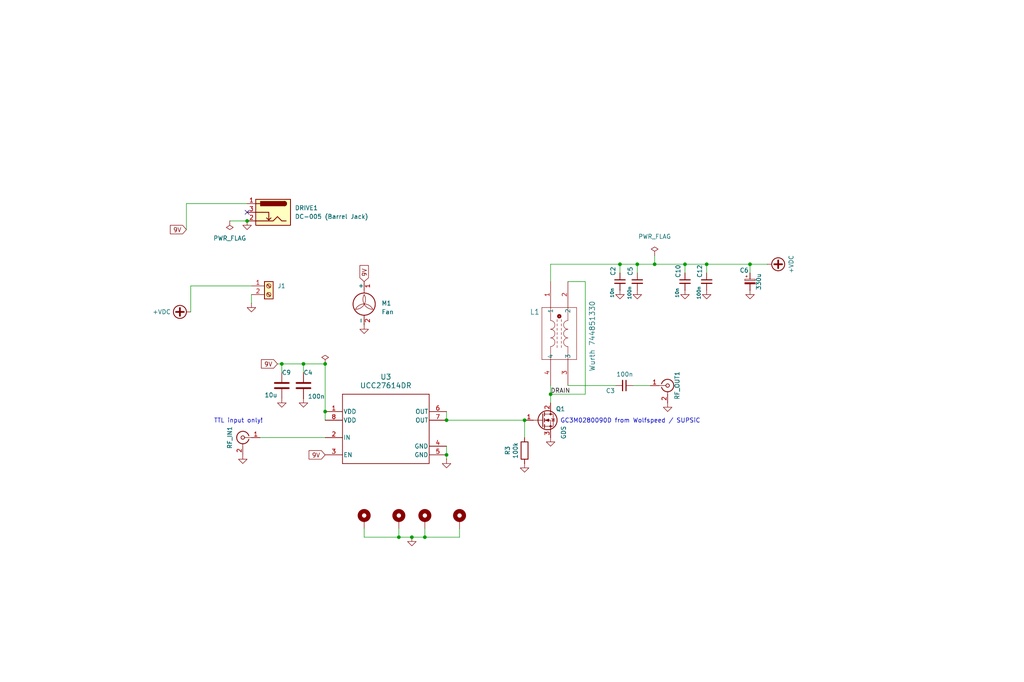
<source format=kicad_sch>
(kicad_sch (version 20250114) (generator "eeschema") (generator_version "9.0")
  (paper "User" 299.999 200)
  (title_block (title "SiC QRO Amplifier v2") (date "2025-02-03") (rev "v11.01") (company "Author: Dhiru Kholia (VU3CER)"))
  (lib_symbols
    (symbol "2025-01-15_05-21-49:UCC27614DR" (pin_names (offset 0.254))
      (property "Reference" "U2" (at 17.78 10.16 0))
      (property "Value" "UCC27614DR" (at 17.78 7.62 0))
      (symbol "UCC27614DR_0_1"
        (polyline (pts (xy 5.08 5.08) (xy 5.08 -15.24)) (stroke (width 0.2032)))
        (polyline (pts (xy 5.08 -15.24) (xy 30.48 -15.24)) (stroke (width 0.2032)))
        (polyline (pts (xy 30.48 5.08) (xy 5.08 5.08)) (stroke (width 0.2032)))
        (polyline (pts (xy 30.48 -15.24) (xy 30.48 5.08)) (stroke (width 0.2032)))
        (pin power_in line (at 0 0 0) (length 5.08) (name "VDD") (number "1"))
        (pin power_in line (at 0 -2.54 0) (length 5.08) (name "VDD") (number "8"))
        (pin input line (at 0 -7.62 0) (length 5.08) (name "IN") (number "2"))
        (pin input line (at 0 -12.7 0) (length 5.08) (name "EN") (number "3"))
        (pin power_in line (at 35.56 -10.16 180) (length 5.08) (name "GND") (number "4"))
        (pin power_in line (at 35.56 -12.7 180) (length 5.08) (name "GND") (number "5"))
      )
      (symbol "UCC27614DR_1_1"
        (pin passive line (at 35.56 0 180) (length 5.08) (name "OUT") (number "6"))
        (pin passive line (at 35.56 -2.54 180) (length 5.08) (name "OUT") (number "7"))
      )
    )
    (symbol "744851330_fixed:744851330" (pin_names (offset 0.254))
      (property "Reference" "L2" (at 16.5101 -8.89 90))
      (property "Value" "744851330" (at 13.9701 -8.89 90))
      (symbol "744851330_0_1"
        (polyline (pts (xy 7.62 2.54) (xy 7.62 -7.62)) (stroke (width 0.127)))
        (polyline (pts (xy 7.62 0) (xy 11.43 0)) (stroke (width 0.127)))
        (polyline (pts (xy 7.62 -5.08) (xy 11.43 -5.08)) (stroke (width 0.127)))
        (polyline (pts (xy 7.62 -7.62) (xy 22.86 -7.62)) (stroke (width 0.127)))
        (circle (center 10.16 -2.54) (radius 0.127) (stroke (width 0.508)))
        (polyline (pts (xy 11.1125 -1.905) (xy 11.7475 -1.905)) (stroke (width 0.127)))
        (polyline (pts (xy 11.1125 -3.175) (xy 11.7475 -3.175)) (stroke (width 0.127)))
        (polyline (pts (xy 12.3825 -1.905) (xy 13.0175 -1.905)) (stroke (width 0.127)))
        (polyline (pts (xy 12.3825 -3.175) (xy 13.0175 -3.175)) (stroke (width 0.127)))
        (arc (start 13.97 0) (mid 12.7 -1.2645) (end 11.43 0) (stroke (width 0.127)))
        (arc (start 11.43 -5.08) (mid 12.7 -3.8155) (end 13.97 -5.08) (stroke (width 0.127)))
        (polyline (pts (xy 13.6525 -1.905) (xy 14.2875 -1.905)) (stroke (width 0.127)))
        (polyline (pts (xy 13.6525 -3.175) (xy 14.2875 -3.175)) (stroke (width 0.127)))
        (polyline (pts (xy 14.9225 -1.905) (xy 15.5575 -1.905)) (stroke (width 0.127)))
        (polyline (pts (xy 14.9225 -3.175) (xy 15.5575 -3.175)) (stroke (width 0.127)))
        (arc (start 16.51 0) (mid 15.24 -1.2645) (end 13.97 0) (stroke (width 0.127)))
        (arc (start 13.97 -5.08) (mid 15.24 -3.8155) (end 16.51 -5.08) (stroke (width 0.127)))
        (polyline (pts (xy 16.1925 -1.905) (xy 16.8275 -1.905)) (stroke (width 0.127)))
        (polyline (pts (xy 16.1925 -3.175) (xy 16.8275 -3.175)) (stroke (width 0.127)))
        (polyline (pts (xy 17.4625 -1.905) (xy 18.0975 -1.905)) (stroke (width 0.127)))
        (polyline (pts (xy 17.4625 -3.175) (xy 18.0975 -3.175)) (stroke (width 0.127)))
        (arc (start 19.05 0) (mid 17.78 -1.2645) (end 16.51 0) (stroke (width 0.127)))
        (arc (start 16.51 -5.08) (mid 17.78 -3.8155) (end 19.05 -5.08) (stroke (width 0.127)))
        (polyline (pts (xy 18.7325 -1.905) (xy 19.3675 -1.905)) (stroke (width 0.127)))
        (polyline (pts (xy 18.7325 -3.175) (xy 19.3675 -3.175)) (stroke (width 0.127)))
        (polyline (pts (xy 19.05 0) (xy 22.86 0)) (stroke (width 0.127)))
        (polyline (pts (xy 19.05 -5.08) (xy 22.86 -5.08)) (stroke (width 0.127)))
        (polyline (pts (xy 22.86 2.54) (xy 7.62 2.54)) (stroke (width 0.127)))
        (polyline (pts (xy 22.86 -7.62) (xy 22.86 2.54)) (stroke (width 0.127)))
      )
      (symbol "744851330_1_1"
        (pin passive line (at 0 0 0) (length 7.62) (name "2") (number "2"))
        (pin passive line (at 0 -5.08 0) (length 7.62) (name "1") (number "1"))
        (pin passive line (at 30.48 0 180) (length 7.62) (name "3") (number "3"))
        (pin passive line (at 30.48 -5.08 180) (length 7.62) (name "4") (number "4"))
      )
    )
    (symbol "Conn_Coaxial_1" (pin_names (offset 1.016) (hide yes))
      (property "Reference" "J" (at 0.254 3.048 0))
      (property "Value" "Conn_Coaxial" (at 2.921 0 90))
      (symbol "Conn_Coaxial_1_0_1"
        (polyline (pts (xy -2.54 0) (xy -0.508 0)))
        (arc (start 1.778 0) (mid 0.222 -1.8079) (end -1.778 -0.508) (stroke (width 0.254)))
        (arc (start -1.778 0.508) (mid 0.2221 1.8084) (end 1.778 0) (stroke (width 0.254)))
        (circle (center 0 0) (radius 0.508) (stroke (width 0.2032)))
        (polyline (pts (xy 0 -2.54) (xy 0 -1.778)))
      )
      (symbol "Conn_Coaxial_1_1_1"
        (pin passive line (at -5.08 0 0) (length 2.54) (name "In") (number "1"))
        (pin passive line (at 0 -5.08 90) (length 2.54) (name "Ext") (number "2"))
      )
    )
    (symbol "Connector:Barrel_Jack_Switch" (pin_names (hide yes))
      (property "Reference" "J" (at 0 5.334 0))
      (property "Value" "Barrel_Jack_Switch" (at 0 -5.08 0))
      (symbol "Barrel_Jack_Switch_0_1"
        (rectangle (start -5.08 3.81) (end 5.08 -3.81) (stroke (width 0.254)) (fill (type background)))
        (polyline (pts (xy -3.81 -2.54) (xy -2.54 -2.54) (xy -1.27 -1.27) (xy 0 -2.54) (xy 2.54 -2.54) (xy 5.08 -2.54)) (stroke (width 0.254)))
        (arc (start -3.302 1.905) (mid -3.9343 2.54) (end -3.302 3.175) (stroke (width 0.254)))
        (arc (start -3.302 1.905) (mid -3.9343 2.54) (end -3.302 3.175) (stroke (width 0.254)) (fill (type outline)))
        (polyline (pts (xy 1.27 -2.286) (xy 1.905 -1.651)) (stroke (width 0.254)))
        (rectangle (start 3.683 3.175) (end -3.302 1.905) (stroke (width 0.254)) (fill (type outline)))
        (polyline (pts (xy 5.08 2.54) (xy 3.81 2.54)) (stroke (width 0.254)))
        (polyline (pts (xy 5.08 0) (xy 1.27 0) (xy 1.27 -2.286) (xy 0.635 -1.651)) (stroke (width 0.254)))
      )
      (symbol "Barrel_Jack_Switch_1_1"
        (pin passive line (at 7.62 2.54 180) (length 2.54) (name "~") (number "1"))
        (pin passive line (at 7.62 0 180) (length 2.54) (name "~") (number "3"))
        (pin passive line (at 7.62 -2.54 180) (length 2.54) (name "~") (number "2"))
      )
    )
    (symbol "Connector:Conn_Coaxial" (pin_names (offset 1.016) (hide yes))
      (property "Reference" "J" (at 0.254 3.048 0))
      (property "Value" "Conn_Coaxial" (at 2.921 0 90))
      (symbol "Conn_Coaxial_0_1"
        (polyline (pts (xy -2.54 0) (xy -0.508 0)))
        (arc (start 1.778 0) (mid 0.222 -1.8079) (end -1.778 -0.508) (stroke (width 0.254)))
        (arc (start -1.778 0.508) (mid 0.2221 1.8084) (end 1.778 0) (stroke (width 0.254)))
        (circle (center 0 0) (radius 0.508) (stroke (width 0.2032)))
        (polyline (pts (xy 0 -2.54) (xy 0 -1.778)))
      )
      (symbol "Conn_Coaxial_1_1"
        (pin passive line (at -5.08 0 0) (length 2.54) (name "In") (number "1"))
        (pin passive line (at 0 -5.08 90) (length 2.54) (name "Ext") (number "2"))
      )
    )
    (symbol "Connector:Screw_Terminal_01x02" (pin_names (offset 1.016) (hide yes))
      (property "Reference" "J" (at 0 2.54 0))
      (property "Value" "Screw_Terminal_01x02" (at 0 -5.08 0))
      (symbol "Screw_Terminal_01x02_1_1"
        (rectangle (start -1.27 1.27) (end 1.27 -3.81) (stroke (width 0.254)) (fill (type background)))
        (polyline (pts (xy -0.5334 0.3302) (xy 0.3302 -0.508)) (stroke (width 0.1524)))
        (polyline (pts (xy -0.5334 -2.2098) (xy 0.3302 -3.048)) (stroke (width 0.1524)))
        (polyline (pts (xy -0.3556 0.508) (xy 0.508 -0.3302)) (stroke (width 0.1524)))
        (polyline (pts (xy -0.3556 -2.032) (xy 0.508 -2.8702)) (stroke (width 0.1524)))
        (circle (center 0 0) (radius 0.635) (stroke (width 0.1524)))
        (circle (center 0 -2.54) (radius 0.635) (stroke (width 0.1524)))
        (pin passive line (at -5.08 0 0) (length 3.81) (name "Pin_1") (number "1"))
        (pin passive line (at -5.08 -2.54 0) (length 3.81) (name "Pin_2") (number "2"))
      )
    )
    (symbol "Device:C" (pin_numbers (hide yes)) (pin_names (offset 0.254))
      (property "Reference" "C" (at 0.635 2.54 0))
      (property "Value" "C" (at 0.635 -2.54 0))
      (symbol "C_0_1"
        (polyline (pts (xy -2.032 0.762) (xy 2.032 0.762)) (stroke (width 0.508)))
        (polyline (pts (xy -2.032 -0.762) (xy 2.032 -0.762)) (stroke (width 0.508)))
      )
      (symbol "C_1_1"
        (pin passive line (at 0 3.81 270) (length 2.794) (name "~") (number "1"))
        (pin passive line (at 0 -3.81 90) (length 2.794) (name "~") (number "2"))
      )
    )
    (symbol "Device:C_Polarized_Small" (pin_numbers (hide yes)) (pin_names (offset 0.254) (hide yes))
      (property "Reference" "C" (at 0.254 1.778 0))
      (property "Value" "C_Polarized_Small" (at 0.254 -2.032 0))
      (symbol "C_Polarized_Small_0_1"
        (rectangle (start -1.524 0.6858) (end 1.524 0.3048))
        (rectangle (start -1.524 -0.3048) (end 1.524 -0.6858) (fill (type outline)))
        (polyline (pts (xy -1.27 1.524) (xy -0.762 1.524)))
        (polyline (pts (xy -1.016 1.27) (xy -1.016 1.778)))
      )
      (symbol "C_Polarized_Small_1_1"
        (pin passive line (at 0 2.54 270) (length 1.8542) (name "~") (number "1"))
        (pin passive line (at 0 -2.54 90) (length 1.8542) (name "~") (number "2"))
      )
    )
    (symbol "Device:C_Small" (pin_numbers (hide yes)) (pin_names (offset 0.254) (hide yes))
      (property "Reference" "C" (at 0.254 1.778 0))
      (property "Value" "C_Small" (at 0.254 -2.032 0))
      (symbol "C_Small_0_1"
        (polyline (pts (xy -1.524 0.508) (xy 1.524 0.508)) (stroke (width 0.3048)))
        (polyline (pts (xy -1.524 -0.508) (xy 1.524 -0.508)) (stroke (width 0.3302)))
      )
      (symbol "C_Small_1_1"
        (pin passive line (at 0 2.54 270) (length 2.032) (name "~") (number "1"))
        (pin passive line (at 0 -2.54 90) (length 2.032) (name "~") (number "2"))
      )
    )
    (symbol "Device:R" (pin_numbers (hide yes)) (pin_names (offset 0))
      (property "Reference" "R" (at 2.032 0 90))
      (property "Value" "R" (at 0 0 90))
      (symbol "R_0_1"
        (rectangle (start -1.016 -2.54) (end 1.016 2.54) (stroke (width 0.254)))
      )
      (symbol "R_1_1"
        (pin passive line (at 0 3.81 270) (length 1.27) (name "~") (number "1"))
        (pin passive line (at 0 -3.81 90) (length 1.27) (name "~") (number "2"))
      )
    )
    (symbol "Mechanical:MountingHole_Pad" (pin_numbers (hide yes)) (pin_names (offset 1.016) (hide yes))
      (property "Reference" "H" (at 0 6.35 0))
      (property "Value" "MountingHole_Pad" (at 0 4.445 0))
      (symbol "MountingHole_Pad_0_1"
        (circle (center 0 1.27) (radius 1.27) (stroke (width 1.27)))
      )
      (symbol "MountingHole_Pad_1_1"
        (pin input line (at 0 -2.54 90) (length 2.54) (name "1") (number "1"))
      )
    )
    (symbol "Motor:Fan" (pin_names (offset 0))
      (property "Reference" "M" (at 2.54 5.08 0))
      (property "Value" "Fan" (at 2.54 -2.54 0))
      (symbol "Fan_0_1"
        (arc (start 0 3.81) (mid -0.0015 0.9048) (end -2.54 -0.508))
        (polyline (pts (xy 0 4.572) (xy 0 5.08)))
        (polyline (pts (xy 0 4.2672) (xy 0 4.6228)))
        (circle (center 0 1.016) (radius 3.2512) (stroke (width 0.254)))
        (arc (start -2.54 -0.508) (mid 0 1.0618) (end 2.54 -0.508))
        (polyline (pts (xy 0 -2.2352) (xy 0 -2.6416)))
        (polyline (pts (xy 0 -5.08) (xy 0 -4.572)))
        (arc (start 2.54 -0.508) (mid 0.047 0.9315) (end 0 3.81))
      )
      (symbol "Fan_1_1"
        (pin passive line (at 0 7.62 270) (length 2.54) (name "+") (number "1"))
        (pin passive line (at 0 -5.08 90) (length 2.54) (name "-") (number "2"))
      )
    )
    (symbol "Transistor_FET:IRF540N" (pin_names (hide yes))
      (property "Reference" "Q" (at 5.08 1.905 0))
      (property "Value" "IRF540N" (at 5.08 0 0))
      (symbol "IRF540N_0_1"
        (polyline (pts (xy 0.254 1.905) (xy 0.254 -1.905)) (stroke (width 0.254)))
        (polyline (pts (xy 0.254 0) (xy -2.54 0)))
        (polyline (pts (xy 0.762 2.286) (xy 0.762 1.27)) (stroke (width 0.254)))
        (polyline (pts (xy 0.762 0.508) (xy 0.762 -0.508)) (stroke (width 0.254)))
        (polyline (pts (xy 0.762 -1.27) (xy 0.762 -2.286)) (stroke (width 0.254)))
        (polyline (pts (xy 0.762 -1.778) (xy 3.302 -1.778) (xy 3.302 1.778) (xy 0.762 1.778)))
        (polyline (pts (xy 1.016 0) (xy 2.032 0.381) (xy 2.032 -0.381) (xy 1.016 0)) (fill (type outline)))
        (circle (center 1.651 0) (radius 2.794) (stroke (width 0.254)))
        (polyline (pts (xy 2.54 2.54) (xy 2.54 1.778)))
        (circle (center 2.54 1.778) (radius 0.254) (fill (type outline)))
        (circle (center 2.54 -1.778) (radius 0.254) (fill (type outline)))
        (polyline (pts (xy 2.54 -2.54) (xy 2.54 0) (xy 0.762 0)))
        (polyline (pts (xy 2.794 0.508) (xy 2.921 0.381) (xy 3.683 0.381) (xy 3.81 0.254)))
        (polyline (pts (xy 3.302 0.381) (xy 2.921 -0.254) (xy 3.683 -0.254) (xy 3.302 0.381)))
      )
      (symbol "IRF540N_1_1"
        (pin input line (at -5.08 0 0) (length 2.54) (name "G") (number "1"))
        (pin passive line (at 2.54 5.08 270) (length 2.54) (name "D") (number "2"))
        (pin passive line (at 2.54 -5.08 90) (length 2.54) (name "S") (number "3"))
      )
    )
    (symbol "power:+VDC" (power) (pin_numbers (hide yes)) (pin_names (offset 0) (hide yes))
      (property "Value" "+VDC" (at 0 6.35 0))
      (symbol "+VDC_0_1"
        (polyline (pts (xy -1.143 3.175) (xy 1.143 3.175)) (stroke (width 0.508)))
        (circle (center 0 3.175) (radius 1.905) (stroke (width 0.254)))
        (polyline (pts (xy 0 2.032) (xy 0 4.318)) (stroke (width 0.508)))
        (polyline (pts (xy 0 0) (xy 0 1.27)))
      )
      (symbol "+VDC_1_1"
        (pin power_in line (at 0 0 90) (length 0) (name "~") (number "1"))
      )
    )
    (symbol "power:GND" (power) (pin_numbers (hide yes)) (pin_names (offset 0) (hide yes))
      (property "Value" "GND" (at 0 -3.81 0))
      (symbol "GND_0_1"
        (polyline (pts (xy 0 0) (xy 0 -1.27) (xy 1.27 -1.27) (xy 0 -2.54) (xy -1.27 -1.27) (xy 0 -1.27)))
      )
      (symbol "GND_1_1"
        (pin power_in line (at 0 0 270) (length 0) (name "~") (number "1"))
      )
    )
    (symbol "power:PWR_FLAG" (power) (pin_numbers (hide yes)) (pin_names (offset 0) (hide yes))
      (property "Value" "PWR_FLAG" (at 0 3.81 0))
      (symbol "PWR_FLAG_0_0"
        (pin power_out line (at 0 0 90) (length 0) (name "~") (number "1"))
      )
      (symbol "PWR_FLAG_0_1"
        (polyline (pts (xy 0 0) (xy 0 1.27) (xy -1.016 1.905) (xy 0 2.54) (xy 1.016 1.905) (xy 0 1.27)))
      )
    )
  )
  (text "TTL input only!" (at 69.85 123.444 0) (effects (font (size 1.27 1.27))))
  (text "GC3M0280090D from Wolfspeed / SUPSiC" (at 184.658 123.444 0) (effects (font (size 1.27 1.27))))
  (junction (at 95.25 120.65))
  (junction (at 200.66 77.47))
  (junction (at 186.69 77.47))
  (junction (at 116.84 157.48))
  (junction (at 130.81 123.19))
  (junction (at 82.55 106.68))
  (junction (at 88.9 106.68))
  (junction (at 124.46 157.48))
  (junction (at 95.25 106.68))
  (junction (at 181.61 77.47))
  (junction (at 219.71 77.47))
  (junction (at 120.65 157.48))
  (junction (at 191.77 77.47))
  (junction (at 207.01 77.47))
  (junction (at 161.29 115.57))
  (junction (at 153.67 123.19))
  (junction (at 72.39 64.77))
  (junction (at 130.81 133.35))
  (no_connect (at 72.39 62.23))
  (wire (pts (xy 88.9 106.68) (xy 88.9 109.22)))
  (wire (pts (xy 186.69 77.47) (xy 191.77 77.47)))
  (wire (pts (xy 134.62 157.48) (xy 134.62 154.94)))
  (wire (pts (xy 130.81 130.81) (xy 130.81 133.35)))
  (wire (pts (xy 153.67 128.27) (xy 153.67 123.19)))
  (wire (pts (xy 181.61 77.47) (xy 186.69 77.47)))
  (wire (pts (xy 55.88 83.82) (xy 55.88 91.44)))
  (wire (pts (xy 55.88 83.82) (xy 73.66 83.82)))
  (wire (pts (xy 185.42 113.03) (xy 190.5 113.03)))
  (wire (pts (xy 81.28 106.68) (xy 82.55 106.68)))
  (wire (pts (xy 200.66 77.47) (xy 200.66 80.01)))
  (wire (pts (xy 130.81 133.35) (xy 130.81 134.62)))
  (wire (pts (xy 106.68 157.48) (xy 116.84 157.48)))
  (wire (pts (xy 219.71 77.47) (xy 219.71 80.01)))
  (wire (pts (xy 191.77 77.47) (xy 200.66 77.47)))
  (wire (pts (xy 186.69 77.47) (xy 186.69 80.01)))
  (wire (pts (xy 73.66 86.36) (xy 73.66 88.9)))
  (wire (pts (xy 130.81 123.19) (xy 153.67 123.19)))
  (wire (pts (xy 116.84 154.94) (xy 116.84 157.48)))
  (wire (pts (xy 207.01 77.47) (xy 219.71 77.47)))
  (wire (pts (xy 166.37 82.55) (xy 171.45 82.55)))
  (wire (pts (xy 95.25 120.65) (xy 95.25 123.19)))
  (wire (pts (xy 106.68 154.94) (xy 106.68 157.48)))
  (wire (pts (xy 88.9 106.68) (xy 95.25 106.68)))
  (wire (pts (xy 54.61 59.69) (xy 72.39 59.69)))
  (wire (pts (xy 76.2 128.27) (xy 95.25 128.27)))
  (wire (pts (xy 82.55 106.68) (xy 82.55 109.22)))
  (wire (pts (xy 207.01 77.47) (xy 207.01 80.01)))
  (wire (pts (xy 67.31 64.77) (xy 72.39 64.77)))
  (wire (pts (xy 161.29 113.03) (xy 161.29 115.57)))
  (wire (pts (xy 120.65 157.48) (xy 124.46 157.48)))
  (wire (pts (xy 124.46 157.48) (xy 134.62 157.48)))
  (wire (pts (xy 191.77 74.93) (xy 191.77 77.47)))
  (wire (pts (xy 161.29 115.57) (xy 161.29 118.11)))
  (wire (pts (xy 161.29 77.47) (xy 181.61 77.47)))
  (wire (pts (xy 181.61 77.47) (xy 181.61 80.01)))
  (wire (pts (xy 95.25 106.68) (xy 95.25 120.65)))
  (wire (pts (xy 219.71 77.47) (xy 224.79 77.47)))
  (wire (pts (xy 116.84 157.48) (xy 120.65 157.48)))
  (wire (pts (xy 161.29 115.57) (xy 171.45 115.57)))
  (wire (pts (xy 166.37 113.03) (xy 180.34 113.03)))
  (wire (pts (xy 200.66 77.47) (xy 207.01 77.47)))
  (wire (pts (xy 161.29 82.55) (xy 161.29 77.47)))
  (wire (pts (xy 130.81 120.65) (xy 130.81 123.19)))
  (wire (pts (xy 171.45 82.55) (xy 171.45 115.57)))
  (wire (pts (xy 82.55 106.68) (xy 88.9 106.68)))
  (wire (pts (xy 54.61 59.69) (xy 54.61 67.31)))
  (wire (pts (xy 124.46 154.94) (xy 124.46 157.48)))
  (label "DRAIN" (at 161.29 115.57 0))
  (global_label "9V" (shape input) (at 106.68 82.55 90) (property "Intersheetrefs" "${INTERSHEET_REFS}" (effects (hide yes))))
  (global_label "9V" (shape input) (at 95.25 133.35 180) (property "Intersheetrefs" "${INTERSHEET_REFS}" (effects (hide yes))))
  (global_label "9V" (shape input) (at 54.61 67.31 180) (property "Intersheetrefs" "${INTERSHEET_REFS}" (effects (hide yes))))
  (global_label "9V" (shape input) (at 81.28 106.68 180) (property "Intersheetrefs" "${INTERSHEET_REFS}" (effects (hide yes))))
  (symbol (lib_id "power:+VDC") (at 55.88 91.44 90) (unit 1)
    (property "Reference" "#PWR0110" (effects (hide yes)))
    (property "Value" "+VDC" (at 50.0634 91.44 90) (effects (justify left)))
    (property "Description" "Power symbol creates a global label with name \"+VDC\"" (effects (hide yes)))
  )
  (symbol (lib_id "power:GND") (at 82.55 116.84 0) (unit 1)
    (property "Reference" "#PWR022" (effects (hide yes)))
    (property "Value" "GND" (effects (hide yes)))
    (property "Description" "Power symbol creates a global label with name \"GND\" , ground" (effects (hide yes)))
  )
  (symbol (lib_id "power:GND") (at 186.69 85.09 0) (unit 1)
    (property "Reference" "#PWR012" (effects (hide yes)))
    (property "Value" "GND" (effects (hide yes)))
  )
  (symbol (lib_id "power:PWR_FLAG") (at 95.25 106.68 0) (unit 1)
    (property "Reference" "#FLG02" (effects (hide yes)))
    (property "Value" "PWR_FLAG" (effects (hide yes)))
    (property "Description" "Special symbol for telling ERC where power comes from" (effects (hide yes)))
  )
  (symbol (lib_id "power:GND") (at 181.61 85.09 0) (unit 1)
    (property "Reference" "#PWR05" (effects (hide yes)))
    (property "Value" "GND" (effects (hide yes)))
  )
  (symbol (lib_id "power:+VDC") (at 224.79 77.47 270) (unit 1)
    (property "Reference" "#PWR018" (effects (hide yes)))
    (property "Value" "+VDC" (at 231.775 77.47 0))
    (property "Description" "Power symbol creates a global label with name \"+VDC\"" (effects (hide yes)))
  )
  (symbol (lib_id "Device:C") (at 82.55 113.03 0) (unit 1)
    (property "Reference" "C9" (at 82.55 109.22 0) (effects (justify left)))
    (property "Value" "10u" (at 77.47 115.824 0) (effects (justify left)))
    (property "Footprint" "Capacitor_SMD:C_1206_3216Metric_Pad1.33x1.80mm_HandSolder" (effects (hide yes)))
    (property "LCSC Part" "C110255" (effects (hide yes)))
  )
  (symbol (lib_id "Device:C_Small") (at 181.61 82.55 0) (unit 1)
    (property "Reference" "C2" (at 179.578 79.502 90))
    (property "Value" "10n" (at 179.324 85.852 90) (effects (font (size 0.9906 0.9906))))
    (property "Footprint" "Capacitor_SMD:C_1206_3216Metric_Pad1.33x1.80mm_HandSolder" (effects (hide yes)))
    (property "LCSC Part" "C24783" (effects (hide yes)))
  )
  (symbol (lib_id "Transistor_FET:IRF540N") (at 158.75 123.19 0) (unit 1)
    (property "Reference" "Q1" (at 162.814 119.888 0) (effects (justify left)))
    (property "Value" "GDS" (at 165.1 128.778 90) (effects (justify left)))
    (property "Footprint" "footprints:TO-247-3_Horizontal_TabDown_Modded" (effects (hide yes)))
    (property "Datasheet" "http://www.irf.com/product-info/datasheets/data/irf540n.pdf" (effects (hide yes)))
    (property "Description" "33A Id, 100V Vds, HEXFET N-Channel MOSFET, TO-220" (effects (hide yes)))
  )
  (symbol (lib_id "power:GND") (at 207.01 85.09 0) (unit 1)
    (property "Reference" "#PWR017" (effects (hide yes)))
    (property "Value" "GND" (effects (hide yes)))
  )
  (symbol (lib_id "2025-01-15_05-21-49:UCC27614DR") (at 95.25 120.65 0) (unit 1)
    (property "Reference" "U3" (at 113.03 110.49 0) (effects (font (size 1.524 1.524))))
    (property "Value" "UCC27614DR" (at 113.03 113.03 0) (effects (font (size 1.524 1.524))))
    (property "Footprint" "Package_SO:SOIC-8_3.9x4.9mm_P1.27mm" (effects (hide yes)))
    (property "Datasheet" "UCC27614DR" (effects (hide yes)))
  )
  (symbol (lib_id "power:GND") (at 195.58 118.11 0) (mirror y) (unit 1)
    (property "Reference" "#PWR04" (effects (hide yes)))
    (property "Value" "GND" (effects (hide yes)))
    (property "Description" "Power symbol creates a global label with name \"GND\" , ground" (effects (hide yes)))
  )
  (symbol (lib_id "power:GND") (at 73.66 88.9 0) (unit 1)
    (property "Reference" "#PWR019" (effects (hide yes)))
    (property "Value" "GND" (effects (hide yes)))
    (property "Description" "Power symbol creates a global label with name \"GND\" , ground" (effects (hide yes)))
  )
  (symbol (lib_name "Conn_Coaxial_1") (lib_id "Connector:Conn_Coaxial") (at 195.58 113.03 0) (unit 1)
    (property "Reference" "RF_OUT1" (at 198.374 113.03 90))
    (property "Value" "SMA" (effects (hide yes)))
    (property "Footprint" "Connector_Coaxial:SMA_Samtec_SMA-J-P-H-ST-EM1_EdgeMount" (effects (hide yes)))
    (property "Description" "coaxial connector (BNC, SMA, SMB, SMC, Cinch/RCA, LEMO, ...)" (effects (hide yes)))
  )
  (symbol (lib_id "power:GND") (at 130.81 134.62 0) (unit 1)
    (property "Reference" "#PWR024" (effects (hide yes)))
    (property "Value" "GND" (effects (hide yes)))
    (property "Description" "Power symbol creates a global label with name \"GND\" , ground" (effects (hide yes)))
  )
  (symbol (lib_id "Device:C") (at 88.9 113.03 0) (unit 1)
    (property "Reference" "C4" (at 88.9 109.22 0) (effects (justify left)))
    (property "Value" "100n" (at 90.17 116.205 0) (effects (justify left)))
    (property "Footprint" "Capacitor_SMD:C_1206_3216Metric_Pad1.33x1.80mm_HandSolder" (effects (hide yes)))
    (property "LCSC Part" "C13585" (effects (hide yes)))
  )
  (symbol (lib_id "power:PWR_FLAG") (at 67.31 64.77 180) (unit 1)
    (property "Reference" "#FLG04" (effects (hide yes)))
    (property "Value" "PWR_FLAG" (at 67.31 69.85 0))
    (property "Description" "Special symbol for telling ERC where power comes from" (effects (hide yes)))
  )
  (symbol (lib_id "Device:R") (at 153.67 132.08 0) (unit 1)
    (property "Reference" "R3" (at 148.6916 132.08 90))
    (property "Value" "100k" (at 151.003 132.08 90))
    (property "Footprint" "Resistor_SMD:R_1206_3216Metric_Pad1.30x1.75mm_HandSolder" (effects (hide yes)))
    (property "LCSC Part" "C17900" (effects (hide yes)))
  )
  (symbol (lib_id "power:GND") (at 71.12 133.35 0) (unit 1)
    (property "Reference" "#PWR021" (effects (hide yes)))
    (property "Value" "GND" (effects (hide yes)))
    (property "Description" "Power symbol creates a global label with name \"GND\" , ground" (effects (hide yes)))
  )
  (symbol (lib_id "Mechanical:MountingHole_Pad") (at 124.46 152.4 0) (unit 1)
    (property "Reference" "H3" (effects (hide yes)))
    (property "Value" "MountingHole_Pad" (effects (hide yes)))
    (property "Footprint" "MountingHole:MountingHole_3.2mm_M3_Pad_Via" (effects (hide yes)))
  )
  (symbol (lib_id "Connector:Screw_Terminal_01x02") (at 78.74 83.82 0) (unit 1)
    (property "Reference" "J1" (at 81.28 83.8199 0) (effects (justify left)))
    (property "Value" "Screw_Terminal_01x02" (effects (hide yes)))
    (property "Footprint" "TerminalBlock:TerminalBlock_bornier-2_P5.08mm" (effects (hide yes)))
    (property "Description" "Generic screw terminal, single row, 01x02, script generated (kicad-library-utils/schlib/autogen/connector/)" (effects (hide yes)))
  )
  (symbol (lib_id "Connector:Conn_Coaxial") (at 71.12 128.27 0) (mirror y) (unit 1)
    (property "Reference" "RF_IN1" (at 67.31 128.27 90))
    (property "Value" "SMA" (effects (hide yes)))
    (property "Footprint" "Connector_Coaxial:SMA_Samtec_SMA-J-P-H-ST-EM1_EdgeMount" (effects (hide yes)))
    (property "Description" "coaxial connector (BNC, SMA, SMB, SMC, Cinch/RCA, LEMO, ...)" (effects (hide yes)))
  )
  (symbol (lib_id "Connector:Barrel_Jack_Switch") (at 80.01 62.23 0) (mirror y) (unit 1)
    (property "Reference" "DRIVE1" (at 86.36 60.9599 0) (effects (justify right)))
    (property "Value" "DC-005 (Barrel Jack)" (at 86.36 63.4999 0) (effects (justify right)))
    (property "Footprint" "footprints:XKB_DC-005-5A-2.0_Modded" (effects (hide yes)))
  )
  (symbol (lib_id "Device:C_Polarized_Small") (at 219.71 82.55 0) (unit 1)
    (property "Reference" "C6" (at 216.662 79.248 0) (effects (justify left)))
    (property "Value" "330u" (at 222.25 85.09 90) (effects (justify left)))
    (property "Footprint" "Capacitor_THT:CP_Radial_D8.0mm_P5.00mm" (effects (hide yes)))
  )
  (symbol (lib_id "Mechanical:MountingHole_Pad") (at 116.84 152.4 0) (unit 1)
    (property "Reference" "H2" (effects (hide yes)))
    (property "Value" "MountingHole_Pad" (effects (hide yes)))
    (property "Footprint" "MountingHole:MountingHole_3.2mm_M3_Pad_Via" (effects (hide yes)))
  )
  (symbol (lib_id "power:PWR_FLAG") (at 191.77 74.93 0) (unit 1)
    (property "Reference" "#FLG01" (effects (hide yes)))
    (property "Value" "PWR_FLAG" (at 191.77 69.342 0))
  )
  (symbol (lib_id "Device:C_Small") (at 182.88 113.03 270) (unit 1)
    (property "Reference" "C3" (at 178.816 114.554 90))
    (property "Value" "100n" (at 183.007 109.728 90))
    (property "Footprint" "Capacitor_SMD:C_1206_3216Metric_Pad1.33x1.80mm_HandSolder" (effects (hide yes)))
    (property "LCSC Part" "C110255" (effects (hide yes)))
  )
  (symbol (lib_id "power:GND") (at 88.9 116.84 0) (unit 1)
    (property "Reference" "#PWR023" (effects (hide yes)))
    (property "Value" "GND" (effects (hide yes)))
    (property "Description" "Power symbol creates a global label with name \"GND\" , ground" (effects (hide yes)))
  )
  (symbol (lib_id "power:GND") (at 200.66 85.09 0) (unit 1)
    (property "Reference" "#PWR014" (effects (hide yes)))
    (property "Value" "GND" (effects (hide yes)))
  )
  (symbol (lib_id "power:GND") (at 120.65 157.48 0) (unit 1)
    (property "Reference" "#PWR01" (effects (hide yes)))
    (property "Value" "GND" (effects (hide yes)))
    (property "Description" "Power symbol creates a global label with name \"GND\" , ground" (effects (hide yes)))
  )
  (symbol (lib_id "power:GND") (at 106.68 95.25 0) (unit 1)
    (property "Reference" "#PWR06" (effects (hide yes)))
    (property "Value" "GND" (effects (hide yes)))
    (property "Description" "Power symbol creates a global label with name \"GND\" , ground" (effects (hide yes)))
  )
  (symbol (lib_id "Motor:Fan") (at 106.68 90.17 0) (unit 1)
    (property "Reference" "M1" (at 111.76 88.8999 0) (effects (justify left)))
    (property "Value" "Fan" (at 111.76 91.4399 0) (effects (justify left)))
    (property "Footprint" "Connector_PinHeader_2.54mm:PinHeader_1x02_P2.54mm_Vertical" (effects (hide yes)))
    (property "Description" "Fan" (effects (hide yes)))
  )
  (symbol (lib_id "power:GND") (at 161.29 128.27 0) (unit 1)
    (property "Reference" "#PWR015" (effects (hide yes)))
    (property "Value" "GND" (effects (hide yes)))
    (property "Description" "Power symbol creates a global label with name \"GND\" , ground" (effects (hide yes)))
  )
  (symbol (lib_id "power:GND") (at 219.71 85.09 0) (unit 1)
    (property "Reference" "#PWR013" (effects (hide yes)))
    (property "Value" "GND" (effects (hide yes)))
  )
  (symbol (lib_id "Mechanical:MountingHole_Pad") (at 134.62 152.4 0) (mirror y) (unit 1)
    (property "Reference" "H4" (effects (hide yes)))
    (property "Value" "MountingHole_Pad" (effects (hide yes)))
    (property "Footprint" "MountingHole:MountingHole_3.2mm_M3_Pad_Via" (effects (hide yes)))
  )
  (symbol (lib_id "Device:C_Small") (at 186.69 82.55 0) (unit 1)
    (property "Reference" "C5" (at 184.658 79.502 90))
    (property "Value" "100n" (at 184.404 85.852 90) (effects (font (size 0.9906 0.9906))))
    (property "Footprint" "Capacitor_SMD:C_1206_3216Metric_Pad1.33x1.80mm_HandSolder" (effects (hide yes)))
    (property "LCSC Part" "C55077" (effects (hide yes)))
  )
  (symbol (lib_id "power:GND") (at 153.67 135.89 0) (unit 1)
    (property "Reference" "#PWR016" (effects (hide yes)))
    (property "Value" "GND" (effects (hide yes)))
    (property "Description" "Power symbol creates a global label with name \"GND\" , ground" (effects (hide yes)))
  )
  (symbol (lib_id "Device:C_Small") (at 207.01 82.55 0) (unit 1)
    (property "Reference" "C12" (at 204.978 79.502 90))
    (property "Value" "100n" (at 204.724 85.852 90) (effects (font (size 0.9906 0.9906))))
    (property "Footprint" "Capacitor_SMD:C_1206_3216Metric_Pad1.33x1.80mm_HandSolder" (effects (hide yes)))
    (property "LCSC Part" "C55077" (effects (hide yes)))
  )
  (symbol (lib_id "power:GND") (at 72.39 64.77 0) (unit 1)
    (property "Reference" "#PWR020" (effects (hide yes)))
    (property "Value" "GND" (effects (hide yes)))
    (property "Description" "Power symbol creates a global label with name \"GND\" , ground" (effects (hide yes)))
  )
  (symbol (lib_id "Mechanical:MountingHole_Pad") (at 106.68 152.4 0) (unit 1)
    (property "Reference" "H1" (effects (hide yes)))
    (property "Value" "MountingHole_Pad" (effects (hide yes)))
    (property "Footprint" "MountingHole:MountingHole_3.2mm_M3_Pad_Via" (effects (hide yes)))
  )
  (symbol (lib_id "744851330_fixed:744851330") (at 166.37 82.55 270) (unit 1)
    (property "Reference" "L1" (at 155.194 91.44 90) (effects (font (size 1.524 1.524)) (justify left)))
    (property "Value" "Wurth 744851330" (at 173.482 88.138 0) (effects (font (size 1.524 1.524)) (justify left)))
    (property "Footprint" "footprints:744851330_WRE" (effects (hide yes)))
    (property "Datasheet" "744851330" (effects (hide yes)))
  )
  (symbol (lib_id "Device:C_Small") (at 200.66 82.55 0) (unit 1)
    (property "Reference" "C10" (at 198.628 79.502 90))
    (property "Value" "10n" (at 198.374 85.852 90) (effects (font (size 0.9906 0.9906))))
    (property "Footprint" "Capacitor_SMD:C_1206_3216Metric_Pad1.33x1.80mm_HandSolder" (effects (hide yes)))
    (property "LCSC Part" "C24783" (effects (hide yes)))
  )
)
</source>
